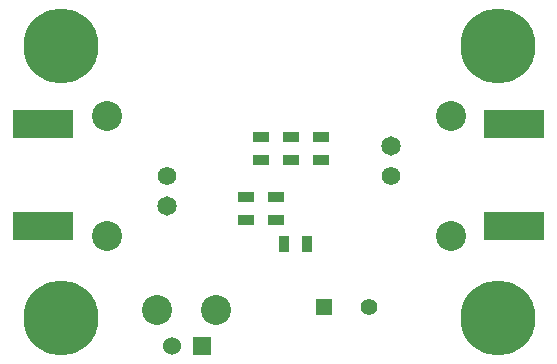
<source format=gbs>
G04 (created by PCBNEW (2013-07-07 BZR 4022)-stable) date 11/2/2014 12:28:19 PM*
%MOIN*%
G04 Gerber Fmt 3.4, Leading zero omitted, Abs format*
%FSLAX34Y34*%
G01*
G70*
G90*
G04 APERTURE LIST*
%ADD10C,0.00590551*%
%ADD11R,0.055X0.035*%
%ADD12R,0.055X0.055*%
%ADD13C,0.055*%
%ADD14C,0.1*%
%ADD15C,0.25*%
%ADD16R,0.2X0.095*%
%ADD17C,0.062*%
%ADD18C,0.065*%
%ADD19R,0.035X0.055*%
%ADD20R,0.06X0.06*%
%ADD21C,0.06*%
G04 APERTURE END LIST*
G54D10*
G54D11*
X8750Y-7375D03*
X8750Y-6625D03*
X7750Y-7375D03*
X7750Y-6625D03*
X10250Y-4625D03*
X10250Y-5375D03*
X9250Y-4625D03*
X9250Y-5375D03*
X8250Y-4625D03*
X8250Y-5375D03*
G54D12*
X10350Y-10300D03*
G54D13*
X11850Y-10300D03*
G54D14*
X6771Y-10405D03*
X4803Y-10405D03*
G54D15*
X1574Y-10641D03*
X16141Y-1586D03*
X1574Y-1586D03*
G54D16*
X1000Y-4200D03*
X1000Y-7600D03*
G54D17*
X5118Y-5917D03*
G54D18*
X5118Y-6917D03*
G54D14*
X3118Y-7917D03*
X3118Y-3917D03*
G54D16*
X16700Y-4200D03*
X16700Y-7600D03*
G54D15*
X16141Y-10641D03*
G54D17*
X12598Y-5917D03*
G54D18*
X12598Y-4917D03*
G54D14*
X14598Y-3917D03*
X14598Y-7917D03*
G54D19*
X9025Y-8200D03*
X9775Y-8200D03*
G54D20*
X6300Y-11600D03*
G54D21*
X5300Y-11600D03*
M02*

</source>
